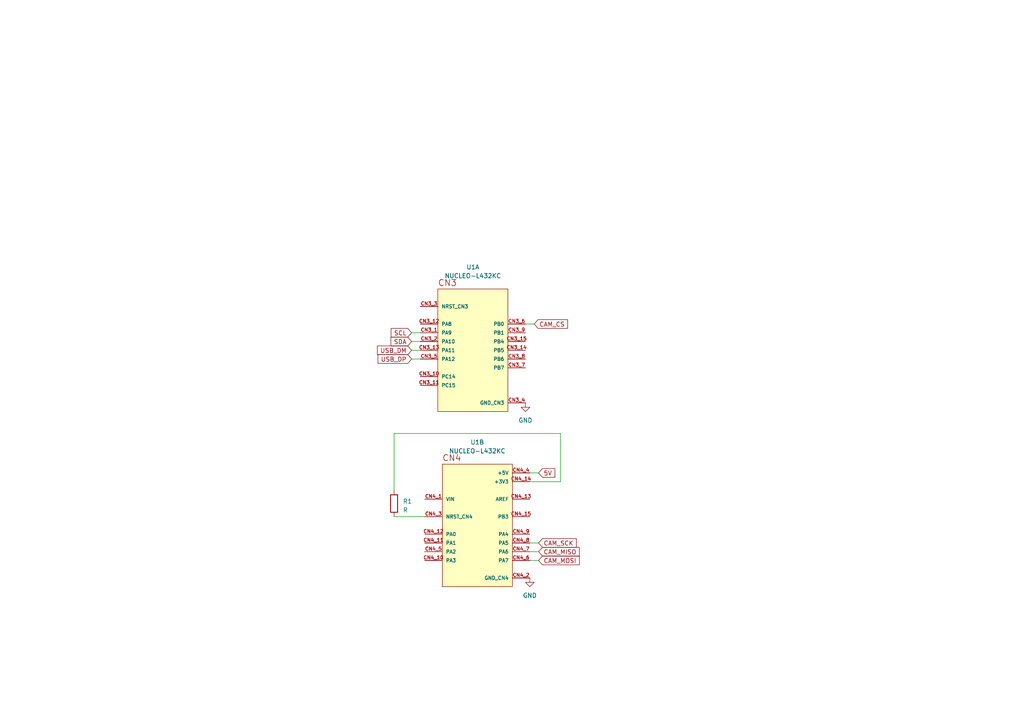
<source format=kicad_sch>
(kicad_sch (version 20230121) (generator eeschema)
  (paper "A4")
  (lib_symbols
    (symbol "Device:R" (pin_numbers hide) (pin_names (offset 0))
      (property "Reference" "R" (at 2.032 0 90))
      (property "Value" "R" (at 0 0 90))
      (symbol "R_0_1"
        (rectangle (start -1.016 -2.54) (end 1.016 2.54) (stroke (width 0.254)))
      )
      (symbol "R_1_1"
        (pin passive line (at 0 3.81 270) (length 1.27) (name "~") (number "1"))
        (pin passive line (at 0 -3.81 90) (length 1.27) (name "~") (number "2"))
      )
    )
    (symbol "NUCLEO-L432KC:NUCLEO-L432KC" (pin_names (offset 1.016))
      (property "Reference" "U" (at -10.16 21.082 0))
      (property "Value" "NUCLEO-L432KC" (at -10.16 -20.32 0))
      (symbol "NUCLEO-L432KC_1_0"
        (rectangle (start -10.16 -17.78) (end 10.16 17.78) (stroke (width 0.1524)) (fill (type background)))
        (text "CN3" (at -10.16 18.542 0) (effects (font (size 1.778 1.778)) (justify left bottom)))
        (pin bidirectional line (at -15.24 5.08 0) (length 5.08) (name "PA9") (number "CN3_1"))
        (pin bidirectional line (at -15.24 -7.62 0) (length 5.08) (name "PC14") (number "CN3_10"))
        (pin bidirectional line (at -15.24 -10.16 0) (length 5.08) (name "PC15") (number "CN3_11"))
        (pin bidirectional line (at -15.24 7.62 0) (length 5.08) (name "PA8") (number "CN3_12"))
        (pin bidirectional line (at -15.24 0 0) (length 5.08) (name "PA11") (number "CN3_13"))
        (pin bidirectional line (at 15.24 0 180) (length 5.08) (name "PB5") (number "CN3_14"))
        (pin bidirectional line (at 15.24 2.54 180) (length 5.08) (name "PB4") (number "CN3_15"))
        (pin bidirectional line (at -15.24 2.54 0) (length 5.08) (name "PA10") (number "CN3_2"))
        (pin bidirectional line (at -15.24 12.7 0) (length 5.08) (name "NRST_CN3") (number "CN3_3"))
        (pin power_in line (at 15.24 -15.24 180) (length 5.08) (name "GND_CN3") (number "CN3_4"))
        (pin bidirectional line (at -15.24 -2.54 0) (length 5.08) (name "PA12") (number "CN3_5"))
        (pin bidirectional line (at 15.24 7.62 180) (length 5.08) (name "PB0") (number "CN3_6"))
        (pin bidirectional line (at 15.24 -5.08 180) (length 5.08) (name "PB7") (number "CN3_7"))
        (pin bidirectional line (at 15.24 -2.54 180) (length 5.08) (name "PB6") (number "CN3_8"))
        (pin bidirectional line (at 15.24 5.08 180) (length 5.08) (name "PB1") (number "CN3_9"))
      )
      (symbol "NUCLEO-L432KC_2_0"
        (rectangle (start -10.16 -17.78) (end 10.16 17.78) (stroke (width 0.1524)) (fill (type background)))
        (text "CN4" (at -10.16 18.542 0) (effects (font (size 1.778 1.778)) (justify left bottom)))
        (pin input line (at -15.24 7.62 0) (length 5.08) (name "VIN") (number "CN4_1"))
        (pin bidirectional line (at -15.24 -10.16 0) (length 5.08) (name "PA3") (number "CN4_10"))
        (pin bidirectional line (at -15.24 -5.08 0) (length 5.08) (name "PA1") (number "CN4_11"))
        (pin bidirectional line (at -15.24 -2.54 0) (length 5.08) (name "PA0") (number "CN4_12"))
        (pin bidirectional line (at 15.24 7.62 180) (length 5.08) (name "AREF") (number "CN4_13"))
        (pin power_in line (at 15.24 12.7 180) (length 5.08) (name "+3V3") (number "CN4_14"))
        (pin bidirectional line (at 15.24 2.54 180) (length 5.08) (name "PB3") (number "CN4_15"))
        (pin power_in line (at 15.24 -15.24 180) (length 5.08) (name "GND_CN4") (number "CN4_2"))
        (pin bidirectional line (at -15.24 2.54 0) (length 5.08) (name "NRST_CN4") (number "CN4_3"))
        (pin power_in line (at 15.24 15.24 180) (length 5.08) (name "+5V") (number "CN4_4"))
        (pin bidirectional line (at -15.24 -7.62 0) (length 5.08) (name "PA2") (number "CN4_5"))
        (pin bidirectional line (at 15.24 -10.16 180) (length 5.08) (name "PA7") (number "CN4_6"))
        (pin bidirectional line (at 15.24 -7.62 180) (length 5.08) (name "PA6") (number "CN4_7"))
        (pin bidirectional line (at 15.24 -5.08 180) (length 5.08) (name "PA5") (number "CN4_8"))
        (pin bidirectional line (at 15.24 -2.54 180) (length 5.08) (name "PA4") (number "CN4_9"))
      )
    )
    (symbol "power:GND" (power) (pin_names (offset 0))
      (property "Value" "GND" (at 0 -3.81 0))
      (symbol "GND_0_1"
        (polyline (pts (xy 0 0) (xy 0 -1.27) (xy 1.27 -1.27) (xy 0 -2.54) (xy -1.27 -1.27) (xy 0 -1.27)))
      )
      (symbol "GND_1_1"
        (pin power_in line (at 0 0 270) (length 0) hide (name "GND") (number "1"))
      )
    )
  )
  (wire (pts (xy 162.56 139.7) (xy 153.67 139.7)))
  (wire (pts (xy 153.67 137.16) (xy 156.21 137.16)))
  (wire (pts (xy 119.38 101.6) (xy 121.92 101.6)))
  (wire (pts (xy 152.4 93.98) (xy 154.94 93.98)))
  (wire (pts (xy 119.38 99.06) (xy 121.92 99.06)))
  (wire (pts (xy 153.67 157.48) (xy 156.21 157.48)))
  (wire (pts (xy 114.3 149.86) (xy 123.19 149.86)))
  (wire (pts (xy 162.56 125.73) (xy 162.56 139.7)))
  (wire (pts (xy 119.38 96.52) (xy 121.92 96.52)))
  (wire (pts (xy 153.67 162.56) (xy 156.21 162.56)))
  (wire (pts (xy 153.67 160.02) (xy 156.21 160.02)))
  (wire (pts (xy 114.3 142.24) (xy 114.3 125.73)))
  (wire (pts (xy 114.3 125.73) (xy 162.56 125.73)))
  (wire (pts (xy 119.38 104.14) (xy 121.92 104.14)))
  (global_label "CAM_MISO" (shape input) (at 156.21 160.02 0) (property "Intersheetrefs" "${INTERSHEET_REFS}" (effects hide)))
  (global_label "CAM_SCK" (shape input) (at 156.21 157.48 0) (property "Intersheetrefs" "${INTERSHEET_REFS}" (effects hide)))
  (global_label "USB_DM" (shape input) (at 119.38 101.6 180) (property "Intersheetrefs" "${INTERSHEET_REFS}" (effects hide)))
  (global_label "SCL" (shape input) (at 119.38 96.52 180) (property "Intersheetrefs" "${INTERSHEET_REFS}" (effects hide)))
  (global_label "CAM_MOSI" (shape input) (at 156.21 162.56 0) (property "Intersheetrefs" "${INTERSHEET_REFS}" (effects hide)))
  (global_label "5V" (shape input) (at 156.21 137.16 0) (property "Intersheetrefs" "${INTERSHEET_REFS}" (effects hide)))
  (global_label "CAM_CS" (shape input) (at 154.94 93.98 0) (property "Intersheetrefs" "${INTERSHEET_REFS}" (effects hide)))
  (global_label "SDA" (shape input) (at 119.38 99.06 180) (property "Intersheetrefs" "${INTERSHEET_REFS}" (effects hide)))
  (global_label "USB_DP" (shape input) (at 119.38 104.14 180) (property "Intersheetrefs" "${INTERSHEET_REFS}" (effects hide)))
  (symbol (lib_id "NUCLEO-L432KC:NUCLEO-L432KC") (at 138.43 152.4 0) (unit 2)
    (property "Reference" "U1" (at 138.43 128.27 0))
    (property "Value" "NUCLEO-L432KC" (at 138.43 130.81 0))
    (property "Footprint" "MODULE_NUCLEO-L432KC" (effects hide))
    (property "MAXIMUM_PACKAGE_HEIGHT" "N/A" (effects hide))
    (property "PARTREV" "N/A" (effects hide))
    (property "STANDARD" "Manufacturer Recommendations" (effects hide))
    (property "MANUFACTURER" "ST Microelectronics" (effects hide))
  )
  (symbol (lib_id "Device:R") (at 114.3 146.05 0) (unit 1)
    (property "Reference" "R1" (at 116.84 145.415 0) (effects (justify left)))
    (property "Value" "R" (at 116.84 147.955 0) (effects (justify left)))
  )
  (symbol (lib_id "NUCLEO-L432KC:NUCLEO-L432KC") (at 137.16 101.6 0) (unit 1)
    (property "Reference" "U1" (at 137.16 77.47 0))
    (property "Value" "NUCLEO-L432KC" (at 137.16 80.01 0))
    (property "Footprint" "MODULE_NUCLEO-L432KC" (effects hide))
    (property "MAXIMUM_PACKAGE_HEIGHT" "N/A" (effects hide))
    (property "PARTREV" "N/A" (effects hide))
    (property "STANDARD" "Manufacturer Recommendations" (effects hide))
    (property "MANUFACTURER" "ST Microelectronics" (effects hide))
  )
  (symbol (lib_id "power:GND") (at 153.67 167.64 0) (unit 1)
    (property "Reference" "#PWR01" (effects hide))
    (property "Value" "GND" (at 153.67 172.72 0))
  )
  (symbol (lib_id "power:GND") (at 152.4 116.84 0) (unit 1)
    (property "Reference" "#PWR02" (effects hide))
    (property "Value" "GND" (at 152.4 121.92 0))
  )
)
</source>
